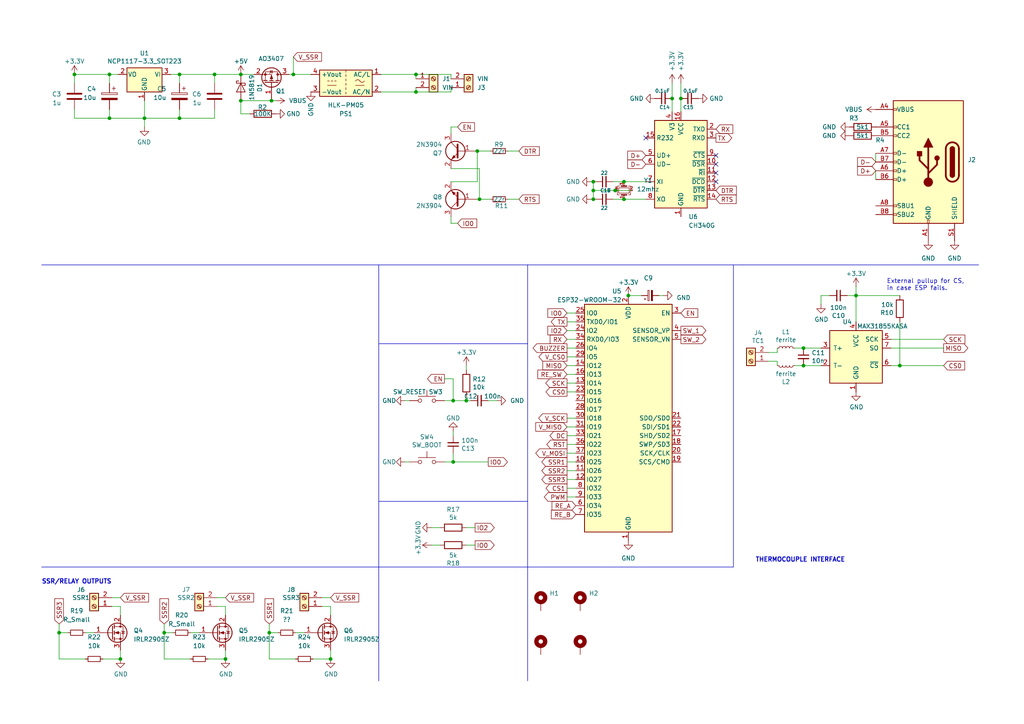
<source format=kicad_sch>
(kicad_sch (version 20231120) (generator "eeschema") (generator_version "8.0")
  (paper "A4")
  (junction (at 62.23 21.59))
  (junction (at 120.65 26.67))
  (junction (at 78.74 29.21))
  (junction (at 182.245 85.725))
  (junction (at 78.105 183.515))
  (junction (at 180.975 52.705))
  (junction (at 172.085 57.785))
  (junction (at 69.85 29.21))
  (junction (at 95.885 191.135))
  (junction (at 197.485 28.575))
  (junction (at 31.75 21.59))
  (junction (at 47.625 183.515))
  (junction (at 52.07 21.59))
  (junction (at 180.975 57.785))
  (junction (at 248.285 85.725))
  (junction (at 178.435 55.245))
  (junction (at 17.145 183.515))
  (junction (at 172.085 52.705))
  (junction (at 131.445 116.205))
  (junction (at 233.045 106.045))
  (junction (at 194.945 28.575))
  (junction (at 131.445 133.985))
  (junction (at 135.255 116.205))
  (junction (at 65.405 191.135))
  (junction (at 260.985 106.045))
  (junction (at 138.43 43.815))
  (junction (at 34.925 191.135))
  (junction (at 69.85 21.59))
  (junction (at 41.91 34.29))
  (junction (at 85.09 21.59))
  (junction (at 172.085 55.245))
  (junction (at 120.65 21.59))
  (junction (at 21.59 21.59))
  (junction (at 139.065 57.785))
  (junction (at 52.07 34.29))
  (junction (at 31.75 34.29))
  (junction (at 233.045 100.965))
  (no_connect (at 207.645 47.625))
  (no_connect (at 187.325 40.005))
  (no_connect (at 207.645 50.165))
  (no_connect (at 207.645 52.705))
  (no_connect (at 207.645 45.085))
  (wire (pts (xy 130.81 26.67) (xy 130.81 25.4)))
  (wire (pts (xy 117.475 133.985) (xy 118.745 133.985)))
  (wire (pts (xy 93.345 175.895) (xy 95.885 175.895)))
  (wire (pts (xy 72.39 33.02) (xy 69.85 33.02)))
  (wire (pts (xy 78.105 191.135) (xy 85.725 191.135)))
  (polyline (pts (xy 12.065 76.835) (xy 153.035 76.835)))
  (wire (pts (xy 238.125 85.725) (xy 240.665 85.725)))
  (wire (pts (xy 31.75 34.29) (xy 21.59 34.29)))
  (wire (pts (xy 194.945 28.575) (xy 194.945 32.385)))
  (wire (pts (xy 62.23 31.75) (xy 62.23 34.29)))
  (wire (pts (xy 164.465 111.125) (xy 167.005 111.125)))
  (wire (pts (xy 95.885 173.355) (xy 93.345 173.355)))
  (wire (pts (xy 31.75 21.59) (xy 34.29 21.59)))
  (wire (pts (xy 47.625 191.135) (xy 47.625 183.515)))
  (wire (pts (xy 171.45 57.785) (xy 172.085 57.785)))
  (wire (pts (xy 95.885 188.595) (xy 95.885 191.135)))
  (wire (pts (xy 110.49 26.67) (xy 120.65 26.67)))
  (wire (pts (xy 132.715 64.77) (xy 130.81 64.77)))
  (wire (pts (xy 225.425 100.965) (xy 225.425 102.235)))
  (wire (pts (xy 164.465 93.345) (xy 167.005 93.345)))
  (wire (pts (xy 135.255 106.045) (xy 135.255 107.315)))
  (wire (pts (xy 164.465 144.145) (xy 167.005 144.145)))
  (wire (pts (xy 34.925 188.595) (xy 34.925 191.135)))
  (wire (pts (xy 78.105 191.135) (xy 78.105 183.515)))
  (wire (pts (xy 225.425 106.045) (xy 225.425 104.775)))
  (wire (pts (xy 167.005 126.365) (xy 164.465 126.365)))
  (wire (pts (xy 131.445 125.095) (xy 131.445 126.365)))
  (wire (pts (xy 167.005 136.525) (xy 164.465 136.525)))
  (wire (pts (xy 172.085 52.705) (xy 172.72 52.705)))
  (polyline (pts (xy 153.035 164.465) (xy 153.035 76.835)))
  (wire (pts (xy 135.255 116.205) (xy 136.525 116.205)))
  (wire (pts (xy 34.925 175.895) (xy 34.925 178.435)))
  (wire (pts (xy 65.405 188.595) (xy 65.405 191.135)))
  (wire (pts (xy 137.795 153.035) (xy 135.255 153.035)))
  (wire (pts (xy 139.065 57.785) (xy 142.24 57.785)))
  (wire (pts (xy 41.91 36.83) (xy 41.91 34.29)))
  (wire (pts (xy 135.255 114.935) (xy 135.255 116.205)))
  (wire (pts (xy 194.945 24.13) (xy 194.945 28.575)))
  (wire (pts (xy 254 44.45) (xy 254 46.99)))
  (wire (pts (xy 245.745 85.725) (xy 248.285 85.725)))
  (wire (pts (xy 125.095 153.035) (xy 127.635 153.035)))
  (wire (pts (xy 29.845 191.135) (xy 34.925 191.135)))
  (wire (pts (xy 191.135 85.725) (xy 192.405 85.725)))
  (wire (pts (xy 167.005 139.065) (xy 164.465 139.065)))
  (wire (pts (xy 60.325 191.135) (xy 65.405 191.135)))
  (wire (pts (xy 164.465 141.605) (xy 167.005 141.605)))
  (wire (pts (xy 139.065 48.895) (xy 139.065 57.785)))
  (wire (pts (xy 24.765 183.515) (xy 27.305 183.515)))
  (wire (pts (xy 78.105 180.975) (xy 78.105 183.515)))
  (polyline (pts (xy 109.855 164.465) (xy 109.855 197.485)))
  (wire (pts (xy 167.005 131.445) (xy 164.465 131.445)))
  (wire (pts (xy 52.07 31.75) (xy 52.07 34.29)))
  (wire (pts (xy 254 49.53) (xy 254 52.07)))
  (wire (pts (xy 164.465 98.425) (xy 167.005 98.425)))
  (wire (pts (xy 41.91 34.29) (xy 31.75 34.29)))
  (wire (pts (xy 90.805 191.135) (xy 95.885 191.135)))
  (wire (pts (xy 225.425 102.235) (xy 222.885 102.235)))
  (wire (pts (xy 62.865 175.895) (xy 65.405 175.895)))
  (polyline (pts (xy 109.855 99.695) (xy 153.035 99.695)))
  (wire (pts (xy 131.445 109.855) (xy 131.445 116.205)))
  (wire (pts (xy 85.09 16.51) (xy 85.09 21.59)))
  (wire (pts (xy 258.445 100.965) (xy 273.685 100.965)))
  (wire (pts (xy 233.045 106.045) (xy 238.125 106.045)))
  (wire (pts (xy 85.09 21.59) (xy 90.17 21.59)))
  (wire (pts (xy 17.145 180.975) (xy 17.145 183.515)))
  (wire (pts (xy 130.81 38.735) (xy 130.81 36.83)))
  (wire (pts (xy 178.435 55.245) (xy 183.515 55.245)))
  (wire (pts (xy 164.465 113.665) (xy 167.005 113.665)))
  (wire (pts (xy 21.59 24.13) (xy 21.59 21.59)))
  (wire (pts (xy 128.905 109.855) (xy 131.445 109.855)))
  (wire (pts (xy 17.145 191.135) (xy 17.145 183.515)))
  (wire (pts (xy 248.285 83.185) (xy 248.285 85.725)))
  (wire (pts (xy 34.925 173.355) (xy 32.385 173.355)))
  (wire (pts (xy 167.005 123.825) (xy 164.465 123.825)))
  (wire (pts (xy 128.905 116.205) (xy 131.445 116.205)))
  (wire (pts (xy 47.625 183.515) (xy 50.165 183.515)))
  (wire (pts (xy 238.125 88.265) (xy 238.125 85.725)))
  (wire (pts (xy 65.405 173.355) (xy 62.865 173.355)))
  (wire (pts (xy 141.605 116.205) (xy 144.145 116.205)))
  (wire (pts (xy 180.975 52.705) (xy 187.325 52.705)))
  (wire (pts (xy 47.625 180.975) (xy 47.625 183.515)))
  (wire (pts (xy 230.505 100.965) (xy 233.045 100.965)))
  (wire (pts (xy 172.085 57.785) (xy 172.72 57.785)))
  (wire (pts (xy 186.055 85.725) (xy 182.245 85.725)))
  (wire (pts (xy 130.81 48.895) (xy 139.065 48.895)))
  (wire (pts (xy 225.425 104.775) (xy 222.885 104.775)))
  (wire (pts (xy 167.005 100.965) (xy 164.465 100.965)))
  (wire (pts (xy 17.145 183.515) (xy 19.685 183.515)))
  (wire (pts (xy 167.005 128.905) (xy 164.465 128.905)))
  (wire (pts (xy 32.385 175.895) (xy 34.925 175.895)))
  (wire (pts (xy 73.66 21.59) (xy 69.85 21.59)))
  (wire (pts (xy 130.81 36.83) (xy 132.715 36.83)))
  (wire (pts (xy 83.82 21.59) (xy 85.09 21.59)))
  (wire (pts (xy 130.81 64.77) (xy 130.81 62.865)))
  (wire (pts (xy 172.085 55.245) (xy 172.085 57.785)))
  (wire (pts (xy 120.65 21.59) (xy 110.49 21.59)))
  (wire (pts (xy 260.985 106.045) (xy 273.685 106.045)))
  (polyline (pts (xy 153.035 76.835) (xy 215.265 76.835)))
  (wire (pts (xy 21.59 21.59) (xy 31.75 21.59)))
  (wire (pts (xy 62.23 21.59) (xy 69.85 21.59)))
  (wire (pts (xy 41.91 34.29) (xy 41.91 29.21)))
  (wire (pts (xy 167.005 121.285) (xy 164.465 121.285)))
  (wire (pts (xy 62.23 21.59) (xy 52.07 21.59)))
  (wire (pts (xy 167.005 103.505) (xy 164.465 103.505)))
  (wire (pts (xy 17.145 191.135) (xy 24.765 191.135)))
  (wire (pts (xy 125.095 158.115) (xy 127.635 158.115)))
  (polyline (pts (xy 12.065 164.465) (xy 212.725 164.465)))
  (wire (pts (xy 31.75 31.75) (xy 31.75 34.29)))
  (wire (pts (xy 260.985 93.345) (xy 260.985 106.045)))
  (wire (pts (xy 167.005 95.885) (xy 164.465 95.885)))
  (wire (pts (xy 139.065 57.785) (xy 138.43 57.785)))
  (wire (pts (xy 197.485 24.13) (xy 197.485 28.575)))
  (wire (pts (xy 130.81 52.705) (xy 138.43 52.705)))
  (wire (pts (xy 167.005 133.985) (xy 164.465 133.985)))
  (wire (pts (xy 78.105 183.515) (xy 80.645 183.515)))
  (wire (pts (xy 69.85 33.02) (xy 69.85 29.21)))
  (wire (pts (xy 130.81 22.86) (xy 130.81 21.59)))
  (wire (pts (xy 172.085 52.705) (xy 172.085 55.245)))
  (wire (pts (xy 52.07 21.59) (xy 49.53 21.59)))
  (wire (pts (xy 95.885 175.895) (xy 95.885 178.435)))
  (wire (pts (xy 120.65 26.67) (xy 130.81 26.67)))
  (wire (pts (xy 147.32 57.785) (xy 150.495 57.785)))
  (wire (pts (xy 142.24 43.815) (xy 138.43 43.815)))
  (wire (pts (xy 131.445 131.445) (xy 131.445 133.985)))
  (wire (pts (xy 258.445 98.425) (xy 273.685 98.425)))
  (wire (pts (xy 230.505 106.045) (xy 233.045 106.045)))
  (wire (pts (xy 138.43 52.705) (xy 138.43 43.815)))
  (wire (pts (xy 47.625 191.135) (xy 55.245 191.135)))
  (wire (pts (xy 178.435 55.245) (xy 172.085 55.245)))
  (wire (pts (xy 31.75 24.13) (xy 31.75 21.59)))
  (wire (pts (xy 171.45 52.705) (xy 172.085 52.705)))
  (wire (pts (xy 62.23 21.59) (xy 62.23 24.13)))
  (polyline (pts (xy 215.265 76.835) (xy 283.845 76.835)))
  (wire (pts (xy 130.81 21.59) (xy 120.65 21.59)))
  (wire (pts (xy 62.23 34.29) (xy 52.07 34.29)))
  (wire (pts (xy 233.045 100.965) (xy 238.125 100.965)))
  (wire (pts (xy 128.905 133.985) (xy 131.445 133.985)))
  (wire (pts (xy 117.475 116.205) (xy 118.745 116.205)))
  (wire (pts (xy 131.445 116.205) (xy 135.255 116.205)))
  (polyline (pts (xy 109.855 76.835) (xy 109.855 164.465)))
  (wire (pts (xy 177.8 57.785) (xy 180.975 57.785)))
  (polyline (pts (xy 109.855 145.415) (xy 153.035 145.415)))
  (wire (pts (xy 78.74 29.21) (xy 80.01 29.21)))
  (wire (pts (xy 164.465 90.805) (xy 167.005 90.805)))
  (wire (pts (xy 120.65 22.86) (xy 120.65 21.59)))
  (polyline (pts (xy 212.725 76.835) (xy 212.725 164.465)))
  (wire (pts (xy 248.285 85.725) (xy 248.285 93.345)))
  (wire (pts (xy 120.65 26.67) (xy 120.65 25.4)))
  (wire (pts (xy 147.32 43.815) (xy 150.495 43.815)))
  (wire (pts (xy 131.445 133.985) (xy 141.605 133.985)))
  (wire (pts (xy 65.405 175.895) (xy 65.405 178.435)))
  (wire (pts (xy 164.465 108.585) (xy 167.005 108.585)))
  (wire (pts (xy 55.245 183.515) (xy 57.785 183.515)))
  (wire (pts (xy 248.285 85.725) (xy 260.985 85.725)))
  (wire (pts (xy 78.74 29.21) (xy 69.85 29.21)))
  (wire (pts (xy 85.725 183.515) (xy 88.265 183.515)))
  (wire (pts (xy 177.8 52.705) (xy 180.975 52.705)))
  (polyline (pts (xy 153.035 164.465) (xy 153.035 197.485)))
  (wire (pts (xy 135.255 158.115) (xy 137.795 158.115)))
  (wire (pts (xy 21.59 31.75) (xy 21.59 34.29)))
  (wire (pts (xy 180.975 57.785) (xy 187.325 57.785)))
  (wire (pts (xy 52.07 21.59) (xy 52.07 24.13)))
  (wire (pts (xy 258.445 106.045) (xy 260.985 106.045)))
  (wire (pts (xy 197.485 28.575) (xy 197.485 32.385)))
  (wire (pts (xy 52.07 34.29) (xy 41.91 34.29)))
  (wire (pts (xy 164.465 106.045) (xy 167.005 106.045)))
  (text "External pullup for CS,\nin case ESP fails." (at 257.175 84.455 0) (effects (font (size 1.27 1.27)) (justify left bottom)))
  (text "THERMOCOUPLE INTERFACE" (at 219.075 163.195 0) (effects (font (size 1.27 1.27) (thickness 0.254) (bold yes)) (justify left bottom)))
  (text "SSR/RELAY OUTPUTS" (at 12.065 169.545 0) (effects (font (size 1.27 1.27) (thickness 0.254) (bold yes)) (justify left bottom)))
  (global_label "V_SSR" (shape input) (at 85.09 16.51 0) (property "Intersheetrefs" "${INTERSHEET_REFS}" (effects (hide yes))))
  (global_label "D-" (shape input) (at 254 46.99 180) (property "Intersheetrefs" "${INTERSHEET_REFS}" (effects (hide yes))))
  (global_label "SSR1" (shape input) (at 78.105 180.975 90) (property "Intersheetrefs" "${INTERSHEET_REFS}" (effects (hide yes))))
  (global_label "PWM" (shape output) (at 164.465 144.145 180) (property "Intersheetrefs" "${INTERSHEET_REFS}" (effects (hide yes))))
  (global_label "CS1" (shape output) (at 164.465 141.605 180) (property "Intersheetrefs" "${INTERSHEET_REFS}" (effects (hide yes))))
  (global_label "SSR3" (shape output) (at 164.465 139.065 180) (property "Intersheetrefs" "${INTERSHEET_REFS}" (effects (hide yes))))
  (global_label "V_MOSI" (shape output) (at 164.465 131.445 180) (property "Intersheetrefs" "${INTERSHEET_REFS}" (effects (hide yes))))
  (global_label "RST" (shape output) (at 164.465 128.905 180) (property "Intersheetrefs" "${INTERSHEET_REFS}" (effects (hide yes))))
  (global_label "V_SSR" (shape input) (at 95.885 173.355 0) (property "Intersheetrefs" "${INTERSHEET_REFS}" (effects (hide yes))))
  (global_label "IO0" (shape output) (at 141.605 133.985 0) (property "Intersheetrefs" "${INTERSHEET_REFS}" (effects (hide yes))))
  (global_label "TX" (shape output) (at 164.465 93.345 180) (property "Intersheetrefs" "${INTERSHEET_REFS}" (effects (hide yes))))
  (global_label "CS0" (shape input) (at 273.685 106.045 0) (property "Intersheetrefs" "${INTERSHEET_REFS}" (effects (hide yes))))
  (global_label "RTS" (shape input) (at 150.495 57.785 0) (property "Intersheetrefs" "${INTERSHEET_REFS}" (effects (hide yes))))
  (global_label "IO0" (shape input) (at 132.715 64.77 0) (property "Intersheetrefs" "${INTERSHEET_REFS}" (effects (hide yes))))
  (global_label "TX" (shape output) (at 207.645 40.005 0) (property "Intersheetrefs" "${INTERSHEET_REFS}" (effects (hide yes))))
  (global_label "EN" (shape input) (at 132.715 36.83 0) (property "Intersheetrefs" "${INTERSHEET_REFS}" (effects (hide yes))))
  (global_label "RE_SW" (shape input) (at 164.465 108.585 180) (property "Intersheetrefs" "${INTERSHEET_REFS}" (effects (hide yes))))
  (global_label "DC" (shape output) (at 164.465 126.365 180) (property "Intersheetrefs" "${INTERSHEET_REFS}" (effects (hide yes))))
  (global_label "RTS" (shape input) (at 207.645 57.785 0) (property "Intersheetrefs" "${INTERSHEET_REFS}" (effects (hide yes))))
  (global_label "D-" (shape input) (at 187.325 47.625 180) (property "Intersheetrefs" "${INTERSHEET_REFS}" (effects (hide yes))))
  (global_label "MISO" (shape input) (at 164.465 106.045 180) (property "Intersheetrefs" "${INTERSHEET_REFS}" (effects (hide yes))))
  (global_label "RX" (shape input) (at 164.465 98.425 180) (property "Intersheetrefs" "${INTERSHEET_REFS}" (effects (hide yes))))
  (global_label "IO0" (shape output) (at 137.795 158.115 0) (property "Intersheetrefs" "${INTERSHEET_REFS}" (effects (hide yes))))
  (global_label "MISO" (shape output) (at 273.685 100.965 0) (property "Intersheetrefs" "${INTERSHEET_REFS}" (effects (hide yes))))
  (global_label "SW_2" (shape output) (at 197.485 98.425 0) (property "Intersheetrefs" "${INTERSHEET_REFS}" (effects (hide yes))))
  (global_label "D+" (shape input) (at 187.325 45.085 180) (property "Intersheetrefs" "${INTERSHEET_REFS}" (effects (hide yes))))
  (global_label "SCK" (shape input) (at 273.685 98.425 0) (property "Intersheetrefs" "${INTERSHEET_REFS}" (effects (hide yes))))
  (global_label "RX" (shape input) (at 207.645 37.465 0) (property "Intersheetrefs" "${INTERSHEET_REFS}" (effects (hide yes))))
  (global_label "SCK" (shape output) (at 164.465 111.125 180) (property "Intersheetrefs" "${INTERSHEET_REFS}" (effects (hide yes))))
  (global_label "EN" (shape output) (at 128.905 109.855 180) (property "Intersheetrefs" "${INTERSHEET_REFS}" (effects (hide yes))))
  (global_label "SSR3" (shape input) (at 17.145 180.975 90) (property "Intersheetrefs" "${INTERSHEET_REFS}" (effects (hide yes))))
  (global_label "CS0" (shape output) (at 164.465 113.665 180) (property "Intersheetrefs" "${INTERSHEET_REFS}" (effects (hide yes))))
  (global_label "V_SSR" (shape input) (at 65.405 173.355 0) (property "Intersheetrefs" "${INTERSHEET_REFS}" (effects (hide yes))))
  (global_label "SSR2" (shape input) (at 47.625 180.975 90) (property "Intersheetrefs" "${INTERSHEET_REFS}" (effects (hide yes))))
  (global_label "V_SSR" (shape input) (at 34.925 173.355 0) (property "Intersheetrefs" "${INTERSHEET_REFS}" (effects (hide yes))))
  (global_label "BUZZER" (shape output) (at 164.465 100.965 180) (property "Intersheetrefs" "${INTERSHEET_REFS}" (effects (hide yes))))
  (global_label "IO2" (shape output) (at 137.795 153.035 0) (property "Intersheetrefs" "${INTERSHEET_REFS}" (effects (hide yes))))
  (global_label "RE_B" (shape input) (at 167.005 149.225 180) (property "Intersheetrefs" "${INTERSHEET_REFS}" (effects (hide yes))))
  (global_label "DTR" (shape input) (at 207.645 55.245 0) (property "Intersheetrefs" "${INTERSHEET_REFS}" (effects (hide yes))))
  (global_label "DTR" (shape input) (at 150.495 43.815 0) (property "Intersheetrefs" "${INTERSHEET_REFS}" (effects (hide yes))))
  (global_label "EN" (shape input) (at 197.485 90.805 0) (property "Intersheetrefs" "${INTERSHEET_REFS}" (effects (hide yes))))
  (global_label "V_MISO" (shape input) (at 164.465 123.825 180) (property "Intersheetrefs" "${INTERSHEET_REFS}" (effects (hide yes))))
  (global_label "SSR1" (shape output) (at 164.465 133.985 180) (property "Intersheetrefs" "${INTERSHEET_REFS}" (effects (hide yes))))
  (global_label "IO0" (shape input) (at 164.465 90.805 180) (property "Intersheetrefs" "${INTERSHEET_REFS}" (effects (hide yes))))
  (global_label "SSR2" (shape output) (at 164.465 136.525 180) (property "Intersheetrefs" "${INTERSHEET_REFS}" (effects (hide yes))))
  (global_label "RE_A" (shape input) (at 167.005 146.685 180) (property "Intersheetrefs" "${INTERSHEET_REFS}" (effects (hide yes))))
  (global_label "IO2" (shape input) (at 164.465 95.885 180) (property "Intersheetrefs" "${INTERSHEET_REFS}" (effects (hide yes))))
  (global_label "V_CS0" (shape output) (at 164.465 103.505 180) (property "Intersheetrefs" "${INTERSHEET_REFS}" (effects (hide yes))))
  (global_label "SW_1" (shape output) (at 197.485 95.885 0) (property "Intersheetrefs" "${INTERSHEET_REFS}" (effects (hide yes))))
  (global_label "V_SCK" (shape output) (at 164.465 121.285 180) (property "Intersheetrefs" "${INTERSHEET_REFS}" (effects (hide yes))))
  (global_label "D+" (shape input) (at 254 49.53 180) (property "Intersheetrefs" "${INTERSHEET_REFS}" (effects (hide yes))))
  (symbol (lib_id "power:VBUS") (at 254 31.75 90) (unit 1)
    (property "Reference" "#PWR011" (effects (hide yes)))
    (property "Value" "VBUS" (at 250.19 31.75 90) (effects (justify left)))
  )
  (symbol (lib_id "Device:R_Small") (at 22.225 183.515 90) (unit 1)
    (property "Reference" "R19" (at 22.225 177.165 90))
    (property "Value" "R_Small" (at 22.225 179.705 90))
    (property "Footprint" "Resistor_SMD:R_0603_1608Metric_Pad0.98x0.95mm_HandSolder" (effects (hide yes)))
  )
  (symbol (lib_id "Device:C_Polarized_Small") (at 188.595 85.725 90) (unit 1)
    (property "Reference" "C9" (at 188.0489 80.645 90))
    (property "Value" " " (at 188.0489 83.185 90))
    (property "Footprint" "Capacitor_Tantalum_SMD:CP_EIA-3216-12_Kemet-S_Pad1.58x1.35mm_HandSolder" (effects (hide yes)))
  )
  (symbol (lib_id "Connector:Screw_Terminal_01x02") (at 125.73 22.86 0) (unit 1)
    (property "Reference" "J1" (at 128.27 22.8599 0) (effects (justify left)))
    (property "Value" "VIN" (at 128.27 25.3999 0) (effects (justify left)))
    (property "Footprint" "TerminalBlock:TerminalBlock_bornier-2_P5.08mm" (effects (hide yes)))
  )
  (symbol (lib_id "nrfmicro-rescue:GND") (at 80.01 33.02 90) (mirror x) (unit 1)
    (property "Reference" "#PWR012" (effects (hide yes)))
    (property "Value" "GND" (at 85.09 33.02 90))
  )
  (symbol (lib_id "Device:C_Small") (at 175.26 57.785 90) (unit 1)
    (property "Reference" "C17" (at 177.165 55.245 90) (effects (font (size 1 1)) (justify left)))
    (property "Value" "22" (at 175.26 60.325 90) (effects (font (size 1 1))))
    (property "Footprint" "Capacitor_SMD:C_0603_1608Metric_Pad1.08x0.95mm_HandSolder" (effects (hide yes)))
    (property "Datasheet" "https://datasheet.lcsc.com/lcsc/1811141116_Samsung-Electro-Mechanics-CL10A106MQ8NNNC_C1691.pdf" (effects (hide yes)))
    (property "Manufacturer" "Samsung Electro-Mechanics" (effects (hide yes)))
    (property "Mfr Prt#" "CL10A106MQ8NNNC" (effects (hide yes)))
    (property "LCSC Prt#" "C1691" (effects (hide yes)))
  )
  (symbol (lib_id "Device:R_Small") (at 57.785 191.135 90) (unit 1)
    (property "Reference" "R23" (at 57.785 184.785 90))
    (property "Value" "10k" (at 57.785 187.325 90))
    (property "Footprint" "Resistor_SMD:R_0603_1608Metric_Pad0.98x0.95mm_HandSolder" (effects (hide yes)))
  )
  (symbol (lib_id "power:GND") (at 248.285 113.665 0) (unit 1)
    (property "Reference" "#PWR033" (effects (hide yes)))
    (property "Value" "GND" (at 248.412 118.0592 0))
  )
  (symbol (lib_id "Device:R_Small") (at 27.305 191.135 90) (unit 1)
    (property "Reference" "R22" (at 27.305 184.785 90))
    (property "Value" "10k" (at 27.305 187.325 90))
    (property "Footprint" "Resistor_SMD:R_0603_1608Metric_Pad0.98x0.95mm_HandSolder" (effects (hide yes)))
  )
  (symbol (lib_name "GND_8") (lib_id "power:GND") (at 246.38 39.37 270) (unit 1)
    (property "Reference" "#PWR016" (effects (hide yes)))
    (property "Value" "GND" (at 242.57 39.37 90) (effects (justify right)))
  )
  (symbol (lib_id "Device:R") (at 250.19 36.83 90) (unit 1)
    (property "Reference" "R3" (at 247.65 34.29 90))
    (property "Value" "5k1" (at 250.19 36.83 90))
    (property "Footprint" "Resistor_SMD:R_0603_1608Metric_Pad0.98x0.95mm_HandSolder" (effects (hide yes)))
  )
  (symbol (lib_id "Device:R") (at 135.255 111.125 0) (unit 1)
    (property "Reference" "R12" (at 137.033 109.9566 0) (effects (justify left)))
    (property "Value" "10k" (at 137.033 112.268 0) (effects (justify left)))
    (property "Footprint" "Resistor_SMD:R_0603_1608Metric_Pad0.98x0.95mm_HandSolder" (effects (hide yes)))
  )
  (symbol (lib_id "power:+3.3V") (at 248.285 83.185 0) (unit 1)
    (property "Reference" "#PWR021" (effects (hide yes)))
    (property "Value" "+3.3V" (at 248.285 79.375 0))
  )
  (symbol (lib_id "Device:Q_NMOS_GDS") (at 62.865 183.515 0) (unit 1)
    (property "Reference" "Q5" (at 69.215 182.88 0) (effects (justify left)))
    (property "Value" "IRLR2905Z" (at 69.215 185.42 0) (effects (justify left)))
    (property "Footprint" "Package_TO_SOT_SMD:TO-252-2" (effects (hide yes)))
  )
  (symbol (lib_name "GND_5") (lib_id "power:GND") (at 189.865 28.575 270) (unit 1)
    (property "Reference" "#PWR026" (effects (hide yes)))
    (property "Value" "GND" (at 186.69 28.575 90) (effects (justify right)))
  )
  (symbol (lib_id "Device:L_Small") (at 227.965 106.045 270) (unit 1)
    (property "Reference" "L2" (at 227.965 110.744 90))
    (property "Value" "ferrite" (at 227.965 108.4326 90))
    (property "Footprint" "Inductor_SMD:L_0603_1608Metric_Pad1.05x0.95mm_HandSolder" (effects (hide yes)))
  )
  (symbol (lib_id "Mechanical:MountingHole_Pad") (at 168.275 174.625 0) (unit 1)
    (property "Reference" "H2" (at 170.815 172.0849 0) (effects (justify left)))
    (property "Value" "MountingHole_Pad" (effects (hide yes)))
    (property "Footprint" "MountingHole:MountingHole_3.2mm_M3_Pad" (effects (hide yes)))
  )
  (symbol (lib_id "Device:C_Polarized") (at 52.07 27.94 0) (mirror y) (unit 1)
    (property "Reference" "C5" (at 48.26 25.7809 0) (effects (justify left)))
    (property "Value" "10u" (at 48.26 28.3209 0) (effects (justify left)))
    (property "Footprint" "Capacitor_SMD:CP_Elec_4x5.4" (effects (hide yes)))
  )
  (symbol (lib_id "Device:R") (at 131.445 158.115 90) (unit 1)
    (property "Reference" "R18" (at 131.445 163.3728 90))
    (property "Value" "5k" (at 131.445 161.0614 90))
    (property "Footprint" "Resistor_SMD:R_0603_1608Metric_Pad0.98x0.95mm_HandSolder" (effects (hide yes)))
  )
  (symbol (lib_id "Device:R_Small") (at 144.78 57.785 270) (mirror x) (unit 1)
    (property "Reference" "R11" (at 143.51 59.69 90) (effects (justify left)))
    (property "Value" "22r" (at 144.78 57.785 90))
    (property "Footprint" "Resistor_SMD:R_0603_1608Metric_Pad0.98x0.95mm_HandSolder" (effects (hide yes)))
    (property "Datasheet" "https://datasheet.lcsc.com/lcsc/2206010130_UNI-ROYAL-Uniroyal-Elec-0603WAF1001T5E_C21190.pdf" (effects (hide yes)))
    (property "Manufacture" "UNI-ROYAL(Uniroyal Elec)" (effects (hide yes)))
    (property "Mfr Prt#" "0603WAF1001T5E" (effects (hide yes)))
    (property "LCSC Prt#" "C21190" (effects (hide yes)))
  )
  (symbol (lib_id "Device:Q_NMOS_GDS") (at 93.345 183.515 0) (unit 1)
    (property "Reference" "Q6" (at 99.695 182.88 0) (effects (justify left)))
    (property "Value" "IRLR2905Z" (at 99.695 185.42 0) (effects (justify left)))
    (property "Footprint" "Package_TO_SOT_SMD:TO-252-2" (effects (hide yes)))
  )
  (symbol (lib_id "Device:C_Small") (at 192.405 28.575 90) (mirror x) (unit 1)
    (property "Reference" "C14" (at 194.31 31.115 90) (effects (font (size 1 1)) (justify left)))
    (property "Value" "0.1uF" (at 194.2945 26.3514 90) (effects (font (size 1 1)) (justify left)))
    (property "Footprint" "Capacitor_SMD:C_0603_1608Metric_Pad1.08x0.95mm_HandSolder" (effects (hide yes)))
    (property "Datasheet" "https://datasheet.lcsc.com/lcsc/1811141116_Samsung-Electro-Mechanics-CL10A106MQ8NNNC_C1691.pdf" (effects (hide yes)))
    (property "Manufacturer" "Samsung Electro-Mechanics" (effects (hide yes)))
    (property "Mfr Prt#" "CL10A106MQ8NNNC" (effects (hide yes)))
    (property "LCSC Prt#" "C1691" (effects (hide yes)))
  )
  (symbol (lib_id "power:GND") (at 238.125 88.265 0) (unit 1)
    (property "Reference" "#PWR028" (effects (hide yes)))
    (property "Value" "GND" (at 238.252 92.6592 0))
  )
  (symbol (lib_id "power:+3.3V") (at 194.945 24.13 0) (unit 1)
    (property "Reference" "#PWR025" (effects (hide yes)))
    (property "Value" "+3.3V" (at 194.945 17.78 90))
  )
  (symbol (lib_id "nrfmicro-rescue:R") (at 76.2 33.02 90) (mirror x) (unit 1)
    (property "Reference" "R2" (at 77.47 31.115 90) (effects (justify left)))
    (property "Value" "100K" (at 78.74 33.02 90) (effects (justify left)))
    (property "Footprint" "Resistor_SMD:R_0603_1608Metric_Pad0.98x0.95mm_HandSolder" (effects (hide yes)))
  )
  (symbol (lib_id "Connector:Screw_Terminal_01x02") (at 57.785 175.895 180) (unit 1)
    (property "Reference" "J7" (at 53.975 171.0436 0))
    (property "Value" "SSR2" (at 53.975 173.355 0))
    (property "Footprint" "TerminalBlock_4Ucon:TerminalBlock_4Ucon_1x02_P3.50mm_Horizontal" (effects (hide yes)))
  )
  (symbol (lib_id "Device:C_Small") (at 131.445 128.905 0) (mirror x) (unit 1)
    (property "Reference" "C13" (at 133.7818 130.0734 0) (effects (justify left)))
    (property "Value" "100n" (at 133.7818 127.762 0) (effects (justify left)))
    (property "Footprint" "Capacitor_SMD:C_0603_1608Metric_Pad1.08x0.95mm_HandSolder" (effects (hide yes)))
  )
  (symbol (lib_id "power:+3.3V") (at 135.255 106.045 0) (unit 1)
    (property "Reference" "#PWR031" (effects (hide yes)))
    (property "Value" "+3.3V" (at 135.255 102.235 0))
  )
  (symbol (lib_id "Connector:Screw_Terminal_01x02") (at 27.305 175.895 180) (unit 1)
    (property "Reference" "J6" (at 23.495 171.0436 0))
    (property "Value" "SSR1" (at 23.495 173.355 0))
    (property "Footprint" "TerminalBlock_4Ucon:TerminalBlock_4Ucon_1x02_P3.50mm_Horizontal" (effects (hide yes)))
  )
  (symbol (lib_id "Device:C_Small") (at 243.205 85.725 270) (unit 1)
    (property "Reference" "C10" (at 243.205 91.5416 90))
    (property "Value" "100n" (at 243.205 89.2302 90))
    (property "Footprint" "Capacitor_SMD:C_0603_1608Metric_Pad1.08x0.95mm_HandSolder" (effects (hide yes)))
  )
  (symbol (lib_id "Device:C_Polarized") (at 31.75 27.94 0) (mirror y) (unit 1)
    (property "Reference" "C4" (at 27.94 25.7809 0) (effects (justify left)))
    (property "Value" "10u" (at 27.94 28.3209 0) (effects (justify left)))
    (property "Footprint" "Capacitor_SMD:CP_Elec_4x5.4" (effects (hide yes)))
  )
  (symbol (lib_id "Device:Q_NPN_BEC") (at 133.35 43.815 0) (mirror y) (unit 1)
    (property "Reference" "Q7" (at 128.27 44.45 0) (effects (justify left)))
    (property "Value" "2N3904" (at 128.27 41.91 0) (effects (justify left)))
    (property "Footprint" "Package_TO_SOT_SMD:SOT-23_Handsoldering" (effects (hide yes)))
  )
  (symbol (lib_id "Device:R_Small") (at 83.185 183.515 90) (unit 1)
    (property "Reference" "R21" (at 83.185 177.165 90))
    (property "Value" "??" (at 83.185 179.705 90))
    (property "Footprint" "Resistor_SMD:R_0603_1608Metric_Pad0.98x0.95mm_HandSolder" (effects (hide yes)))
  )
  (symbol (lib_id "Converter_ACDC:HLK-PM09") (at 100.33 24.13 0) (mirror y) (unit 1)
    (property "Reference" "PS1" (at 100.33 33.02 0))
    (property "Value" "HLK-PM05" (at 100.33 30.48 0))
    (property "Footprint" "Converter_ACDC:Converter_ACDC_Hi-Link_HLK-PMxx" (effects (hide yes)))
    (property "Datasheet" "https://h.hlktech.com/download/ACDC%E7%94%B5%E6%BA%90%E6%A8%A1%E5%9D%973W%E7%B3%BB%E5%88%97/1/%E6%B5%B7%E5%87%8C%E7%A7%913W%E7%B3%BB%E5%88%97%E7%94%B5%E6%BA%90%E6%A8%A1%E5%9D%97%E8%A7%84%E6%A0%BC%E4%B9%A6V2.8.pdf" (effects (hide yes)))
    (property "Description" "Compact AC/DC board mount power module 3W 9V" (effects (hide yes)))
  )
  (symbol (lib_name "GND_5") (lib_id "power:GND") (at 171.45 52.705 270) (unit 1)
    (property "Reference" "#PWR029" (effects (hide yes)))
    (property "Value" "GND" (at 168.275 52.705 90) (effects (justify right)))
  )
  (symbol (lib_id "Device:C_Small") (at 175.26 52.705 90) (mirror x) (unit 1)
    (property "Reference" "C16" (at 177.165 55.245 90) (effects (font (size 1 1)) (justify left)))
    (property "Value" "22" (at 175.26 50.165 90) (effects (font (size 1 1))))
    (property "Footprint" "Capacitor_SMD:C_0603_1608Metric_Pad1.08x0.95mm_HandSolder" (effects (hide yes)))
    (property "Datasheet" "https://datasheet.lcsc.com/lcsc/1811141116_Samsung-Electro-Mechanics-CL10A106MQ8NNNC_C1691.pdf" (effects (hide yes)))
    (property "Manufacturer" "Samsung Electro-Mechanics" (effects (hide yes)))
    (property "Mfr Prt#" "CL10A106MQ8NNNC" (effects (hide yes)))
    (property "LCSC Prt#" "C1691" (effects (hide yes)))
  )
  (symbol (lib_id "power:+3.3V") (at 21.59 21.59 0) (unit 1)
    (property "Reference" "#PWR01" (effects (hide yes)))
    (property "Value" "+3.3V" (at 21.59 17.78 0))
  )
  (symbol (lib_id "Device:Q_NPN_BEC") (at 133.35 57.785 180) (unit 1)
    (property "Reference" "Q8" (at 128.27 57.15 0) (effects (justify left)))
    (property "Value" "2N3904" (at 128.27 59.69 0) (effects (justify left)))
    (property "Footprint" "Package_TO_SOT_SMD:SOT-23_Handsoldering" (effects (hide yes)))
  )
  (symbol (lib_name "GND_2") (lib_id "power:GND") (at 276.86 69.85 0) (unit 1)
    (property "Reference" "#PWR020" (effects (hide yes)))
    (property "Value" "GND" (at 276.86 74.93 0))
  )
  (symbol (lib_id "Mechanical:MountingHole_Pad") (at 168.275 187.325 0) (unit 1)
    (property "Reference" "H4" (effects (hide yes)))
    (property "Value" "MountingHole_Pad" (effects (hide yes)))
    (property "Footprint" "MountingHole:MountingHole_3.2mm_M3_Pad" (effects (hide yes)))
  )
  (symbol (lib_name "GND_1") (lib_id "power:GND") (at 182.245 156.845 0) (unit 1)
    (property "Reference" "#PWR047" (effects (hide yes)))
    (property "Value" "GND" (at 182.245 161.925 0))
  )
  (symbol (lib_id "Device:R") (at 131.445 153.035 270) (unit 1)
    (property "Reference" "R17" (at 131.445 147.7772 90))
    (property "Value" "5k" (at 131.445 150.0886 90))
    (property "Footprint" "Resistor_SMD:R_0603_1608Metric_Pad0.98x0.95mm_HandSolder" (effects (hide yes)))
  )
  (symbol (lib_id "power:+3.3V") (at 182.245 85.725 0) (unit 1)
    (property "Reference" "#PWR023" (effects (hide yes)))
    (property "Value" "+3.3V" (at 182.245 81.915 0))
  )
  (symbol (lib_id "power:GND") (at 95.885 191.135 0) (unit 1)
    (property "Reference" "#PWR053" (effects (hide yes)))
    (property "Value" "GND" (at 96.012 195.5292 0))
  )
  (symbol (lib_id "power:GND") (at 34.925 191.135 0) (unit 1)
    (property "Reference" "#PWR051" (effects (hide yes)))
    (property "Value" "GND" (at 35.052 195.5292 0))
  )
  (symbol (lib_id "Connector:Screw_Terminal_01x02") (at 217.805 104.775 180) (unit 1)
    (property "Reference" "J4" (at 219.8878 96.52 0))
    (property "Value" "TC1" (at 219.8878 98.8314 0))
    (property "Footprint" "TerminalBlock_4Ucon:TerminalBlock_4Ucon_1x02_P3.50mm_Horizontal" (effects (hide yes)))
  )
  (symbol (lib_id "power:GND") (at 65.405 191.135 0) (unit 1)
    (property "Reference" "#PWR052" (effects (hide yes)))
    (property "Value" "GND" (at 65.532 195.5292 0))
  )
  (symbol (lib_id "nrfmicro-rescue:GND") (at 90.17 26.67 0) (mirror y) (unit 1)
    (property "Reference" "#PWR03" (effects (hide yes)))
    (property "Value" "GND" (at 90.17 31.75 90))
  )
  (symbol (lib_name "GND_5") (lib_id "power:GND") (at 171.45 57.785 270) (mirror x) (unit 1)
    (property "Reference" "#PWR030" (effects (hide yes)))
    (property "Value" "GND" (at 168.275 57.785 90) (effects (justify right)))
  )
  (symbol (lib_name "GND_9") (lib_id "power:GND") (at 131.445 125.095 180) (unit 1)
    (property "Reference" "#PWR037" (effects (hide yes)))
    (property "Value" "GND" (at 131.445 121.285 0))
  )
  (symbol (lib_id "Connector:Screw_Terminal_01x02") (at 135.89 25.4 0) (mirror x) (unit 1)
    (property "Reference" "J3" (at 138.43 25.4001 0) (effects (justify left)))
    (property "Value" "VIN" (at 138.43 22.8601 0) (effects (justify left)))
    (property "Footprint" "TerminalBlock:TerminalBlock_bornier-2_P5.08mm" (effects (hide yes)))
  )
  (symbol (lib_id "Mechanical:MountingHole_Pad") (at 156.845 174.625 0) (unit 1)
    (property "Reference" "H1" (at 159.385 172.0849 0) (effects (justify left)))
    (property "Value" "MountingHole_Pad" (effects (hide yes)))
    (property "Footprint" "MountingHole:MountingHole_3.2mm_M3_Pad" (effects (hide yes)))
  )
  (symbol (lib_id "power:+3.3V") (at 125.095 158.115 90) (unit 1)
    (property "Reference" "#PWR049" (effects (hide yes)))
    (property "Value" "+3.3V" (at 121.285 158.115 0))
  )
  (symbol (lib_id "Switch:SW_Push") (at 123.825 116.205 0) (unit 1)
    (property "Reference" "SW3" (at 126.365 113.665 0))
    (property "Value" "SW_RESET" (at 118.745 113.665 0))
    (property "Footprint" "kien242:SW_SPST_B3U-1000P" (effects (hide yes)))
  )
  (symbol (lib_id "power:GND") (at 144.145 116.205 90) (unit 1)
    (property "Reference" "#PWR035" (effects (hide yes)))
    (property "Value" "GND" (at 147.955 116.2049 90) (effects (justify right)))
  )
  (symbol (lib_id "nrfmicro-rescue:BSS83P") (at 78.74 24.13 270) (mirror x) (unit 1)
    (property "Reference" "Q1" (at 80.01 26.416 90) (effects (justify left)))
    (property "Value" "AO3407" (at 74.93 17.018 90) (effects (justify left)))
    (property "Footprint" "Package_TO_SOT_SMD:SOT-23_Handsoldering" (effects (hide yes)))
  )
  (symbol (lib_name "+5V_1") (lib_id "power:+5V") (at 69.85 21.59 0) (unit 1)
    (property "Reference" "#PWR02" (effects (hide yes)))
    (property "Value" "+5V" (at 69.85 17.78 0))
  )
  (symbol (lib_id "power:GND") (at 125.095 153.035 270) (unit 1)
    (property "Reference" "#PWR045" (effects (hide yes)))
    (property "Value" "GND" (at 121.285 153.035 0))
  )
  (symbol (lib_id "Device:C") (at 21.59 27.94 0) (mirror x) (unit 1)
    (property "Reference" "C3" (at 17.78 27.305 0) (effects (justify right)))
    (property "Value" "1u" (at 17.78 29.845 0) (effects (justify right)))
    (property "Footprint" "Capacitor_SMD:C_0603_1608Metric_Pad1.08x0.95mm_HandSolder" (effects (hide yes)))
  )
  (symbol (lib_id "Connector:Screw_Terminal_01x02") (at 88.265 175.895 180) (unit 1)
    (property "Reference" "J8" (at 84.455 171.0436 0))
    (property "Value" "SSR3" (at 84.455 173.355 0))
    (property "Footprint" "TerminalBlock_4Ucon:TerminalBlock_4Ucon_1x02_P3.50mm_Horizontal" (effects (hide yes)))
  )
  (symbol (lib_id "Device:R_Small") (at 52.705 183.515 90) (unit 1)
    (property "Reference" "R20" (at 52.705 178.435 90))
    (property "Value" "R_Small" (at 52.705 180.975 90))
    (property "Footprint" "Resistor_SMD:R_0603_1608Metric_Pad0.98x0.95mm_HandSolder" (effects (hide yes)))
  )
  (symbol (lib_name "GND_4") (lib_id "power:GND") (at 192.405 85.725 90) (unit 1)
    (property "Reference" "#PWR024" (effects (hide yes)))
    (property "Value" "GND" (at 196.215 86.36 90) (effects (justify right)))
  )
  (symbol (lib_id "Device:R") (at 260.985 89.535 180) (unit 1)
    (property "Reference" "R10" (at 259.207 90.7034 0) (effects (justify left)))
    (property "Value" "10k" (at 259.207 88.392 0) (effects (justify left)))
    (property "Footprint" "Resistor_SMD:R_0603_1608Metric_Pad0.98x0.95mm_HandSolder" (effects (hide yes)))
  )
  (symbol (lib_id "power:VBUS") (at 80.01 29.21 270) (unit 1)
    (property "Reference" "#PWR09" (effects (hide yes)))
    (property "Value" "VBUS" (at 86.36 29.21 90))
  )
  (symbol (lib_name "GND_8") (lib_id "power:GND") (at 246.38 36.83 270) (unit 1)
    (property "Reference" "#PWR014" (effects (hide yes)))
    (property "Value" "GND" (at 242.57 36.83 90) (effects (justify right)))
  )
  (symbol (lib_id "Device:C") (at 62.23 27.94 0) (mirror x) (unit 1)
    (property "Reference" "C6" (at 58.42 27.305 0) (effects (justify right)))
    (property "Value" "1u" (at 58.42 29.845 0) (effects (justify right)))
    (property "Footprint" "Capacitor_SMD:C_0603_1608Metric_Pad1.08x0.95mm_HandSolder" (effects (hide yes)))
  )
  (symbol (lib_id "Device:C_Small") (at 139.065 116.205 90) (unit 1)
    (property "Reference" "C12" (at 136.525 114.935 90))
    (property "Value" "100n" (at 142.875 114.935 90))
    (property "Footprint" "Capacitor_SMD:C_0603_1608Metric_Pad1.08x0.95mm_HandSolder" (effects (hide yes)))
  )
  (symbol (lib_id "Connector:USB_C_Receptacle_USB2.0") (at 269.24 46.99 0) (mirror y) (unit 1)
    (property "Reference" "J2" (at 280.67 46.355 0) (effects (justify right)))
    (property "Value" " " (at 280.67 48.895 0) (effects (justify right)))
    (property "Footprint" "kien242:USB-C-16pin-hight-v2" (effects (hide yes)))
    (property "Datasheet" "https://www.usb.org/sites/default/files/documents/usb_type-c.zip" (effects (hide yes)))
  )
  (symbol (lib_id "Device:C_Small") (at 200.025 28.575 270) (unit 1)
    (property "Reference" "C15" (at 198.12 31.115 90) (effects (font (size 1 1)) (justify left)))
    (property "Value" "0.1uF" (at 198.1355 26.3514 90) (effects (font (size 1 1)) (justify left)))
    (property "Footprint" "Capacitor_SMD:C_0603_1608Metric_Pad1.08x0.95mm_HandSolder" (effects (hide yes)))
    (property "Datasheet" "https://datasheet.lcsc.com/lcsc/1811141116_Samsung-Electro-Mechanics-CL10A106MQ8NNNC_C1691.pdf" (effects (hide yes)))
    (property "Manufacturer" "Samsung Electro-Mechanics" (effects (hide yes)))
    (property "Mfr Prt#" "CL10A106MQ8NNNC" (effects (hide yes)))
    (property "LCSC Prt#" "C1691" (effects (hide yes)))
  )
  (symbol (lib_id "Switch:SW_Push") (at 123.825 133.985 0) (unit 1)
    (property "Reference" "SW4" (at 123.825 126.746 0))
    (property "Value" "SW_BOOT" (at 123.825 129.0574 0))
    (property "Footprint" "kien242:SW_SPST_B3U-1000P" (effects (hide yes)))
  )
  (symbol (lib_id "Device:C_Small") (at 233.045 103.505 0) (unit 1)
    (property "Reference" "C11" (at 235.3818 102.3366 0) (effects (justify left)))
    (property "Value" "10n" (at 235.3818 104.648 0) (effects (justify left)))
    (property "Footprint" "Capacitor_SMD:C_0603_1608Metric_Pad1.08x0.95mm_HandSolder" (effects (hide yes)))
  )
  (symbol (lib_id "Device:L_Small") (at 227.965 100.965 270) (mirror x) (unit 1)
    (property "Reference" "L1" (at 227.965 96.266 90))
    (property "Value" "ferrite" (at 227.965 98.5774 90))
    (property "Footprint" "Inductor_SMD:L_0603_1608Metric_Pad1.05x0.95mm_HandSolder" (effects (hide yes)))
  )
  (symbol (lib_name "GND_3") (lib_id "power:GND") (at 117.475 133.985 270) (unit 1)
    (property "Reference" "#PWR041" (effects (hide yes)))
    (property "Value" "GND" (at 114.935 133.985 90) (effects (justify right)))
  )
  (symbol (lib_id "Mechanical:MountingHole_Pad") (at 156.845 187.325 0) (unit 1)
    (property "Reference" "H3" (effects (hide yes)))
    (property "Value" "MountingHole_Pad" (effects (hide yes)))
    (property "Footprint" "MountingHole:MountingHole_3.2mm_M3_Pad" (effects (hide yes)))
  )
  (symbol (lib_id "Regulator_Linear:NCP1117-3.3_SOT223") (at 41.91 21.59 0) (mirror y) (unit 1)
    (property "Reference" "U1" (at 41.91 15.4432 0))
    (property "Value" "NCP1117-3.3_SOT223" (at 41.91 17.7546 0))
    (property "Footprint" "Package_TO_SOT_SMD:SOT-223-3_TabPin2" (effects (hide yes)))
    (property "Datasheet" "http://www.onsemi.com/pub_link/Collateral/NCP1117-D.PDF" (effects (hide yes)))
  )
  (symbol (lib_id "Interface_USB:CH340G") (at 197.485 47.625 0) (unit 1)
    (property "Reference" "U6" (at 199.6791 62.865 0) (effects (justify left)))
    (property "Value" "CH340G" (at 199.6791 65.405 0) (effects (justify left)))
    (property "Footprint" "Package_SO:SOIC-16_3.9x9.9mm_P1.27mm" (effects (hide yes)))
    (property "Datasheet" "http://www.datasheet5.com/pdf-local-2195953" (effects (hide yes)))
  )
  (symbol (lib_id "nrfmicro-rescue:MBR0520") (at 69.85 25.4 90) (mirror x) (unit 1)
    (property "Reference" "D1" (at 75.3364 25.4 0))
    (property "Value" "1N5819" (at 73.025 25.4 0))
    (property "Footprint" "Diode_SMD:D_SOD-123" (effects (hide yes)))
  )
  (symbol (lib_id "Device:R") (at 250.19 39.37 90) (unit 1)
    (property "Reference" "R4" (at 255.27 40.64 90))
    (property "Value" "5k1" (at 250.19 39.37 90))
    (property "Footprint" "Resistor_SMD:R_0603_1608Metric_Pad0.98x0.95mm_HandSolder" (effects (hide yes)))
  )
  (symbol (lib_id "RF_Module:ESP32-WROOM-32") (at 182.245 121.285 0) (mirror y) (unit 1)
    (property "Reference" "U5" (at 180.2891 84.455 0) (effects (justify left)))
    (property "Value" "ESP32-WROOM-32" (at 180.2891 86.995 0) (effects (justify left)))
    (property "Footprint" "RF_Module:ESP32-WROOM-32" (effects (hide yes)))
    (property "Datasheet" "https://www.espressif.com/sites/default/files/documentation/esp32-wroom-32_datasheet_en.pdf" (effects (hide yes)))
  )
  (symbol (lib_id "Device:R_Small") (at 144.78 43.815 90) (mirror x) (unit 1)
    (property "Reference" "R9" (at 146.05 41.91 90) (effects (justify left)))
    (property "Value" "22r" (at 144.78 43.815 90))
    (property "Footprint" "Resistor_SMD:R_0603_1608Metric_Pad0.98x0.95mm_HandSolder" (effects (hide yes)))
    (property "Datasheet" "https://datasheet.lcsc.com/lcsc/2206010130_UNI-ROYAL-Uniroyal-Elec-0603WAF1001T5E_C21190.pdf" (effects (hide yes)))
    (property "Manufacture" "UNI-ROYAL(Uniroyal Elec)" (effects (hide yes)))
    (property "Mfr Prt#" "0603WAF1001T5E" (effects (hide yes)))
    (property "LCSC Prt#" "C21190" (effects (hide yes)))
  )
  (symbol (lib_name "GND_2") (lib_id "power:GND") (at 269.24 69.85 0) (unit 1)
    (property "Reference" "#PWR019" (effects (hide yes)))
    (property "Value" "GND" (at 269.24 74.93 0))
  )
  (symbol (lib_id "Device:R_Small") (at 88.265 191.135 90) (unit 1)
    (property "Reference" "R24" (at 88.265 184.785 90))
    (property "Value" "10k" (at 88.265 187.325 90))
    (property "Footprint" "Resistor_SMD:R_0603_1608Metric_Pad0.98x0.95mm_HandSolder" (effects (hide yes)))
  )
  (symbol (lib_id "power:+3.3V") (at 197.485 24.13 0) (unit 1)
    (property "Reference" "#PWR022" (effects (hide yes)))
    (property "Value" "+3.3V" (at 197.485 17.78 90))
  )
  (symbol (lib_id "Device:Crystal_GND24_Small") (at 180.975 55.245 90) (unit 1)
    (property "Reference" "Y1" (at 187.96 52.3307 90))
    (property "Value" "12mhz" (at 187.96 54.8707 90))
    (property "Footprint" "Crystal:Crystal_SMD_3225-4Pin_3.2x2.5mm" (effects (hide yes)))
  )
  (symbol (lib_id "power:GND") (at 41.91 36.83 0) (mirror y) (unit 1)
    (property "Reference" "#PWR013" (effects (hide yes)))
    (property "Value" "GND" (at 41.783 41.2242 0))
  )
  (symbol (lib_id "Device:Q_NMOS_GDS") (at 32.385 183.515 0) (unit 1)
    (property "Reference" "Q4" (at 38.735 182.88 0) (effects (justify left)))
    (property "Value" "IRLR2905Z" (at 38.735 185.42 0) (effects (justify left)))
    (property "Footprint" "Package_TO_SOT_SMD:TO-252-2" (effects (hide yes)))
  )
  (symbol (lib_id "Sensor_Temperature:MAX31855KASA") (at 248.285 103.505 0) (unit 1)
    (property "Reference" "U4" (at 245.745 93.345 0))
    (property "Value" "MAX31855KASA" (at 255.905 94.615 0))
    (property "Footprint" "Package_SO:SOIC-8_3.9x4.9mm_P1.27mm" (effects (hide yes)))
    (property "Datasheet" "http://datasheets.maximintegrated.com/en/ds/MAX31855.pdf" (effects (hide yes)))
  )
  (symbol (lib_name "GND_3") (lib_id "power:GND") (at 117.475 116.205 270) (unit 1)
    (property "Reference" "#PWR034" (effects (hide yes)))
    (property "Value" "GND" (at 114.935 116.205 90) (effects (justify right)))
  )
  (symbol (lib_name "GND_5") (lib_id "power:GND") (at 202.565 28.575 90) (mirror x) (unit 1)
    (property "Reference" "#PWR027" (effects (hide yes)))
    (property "Value" "GND" (at 205.74 28.575 90) (effects (justify right)))
  )
)
</source>
